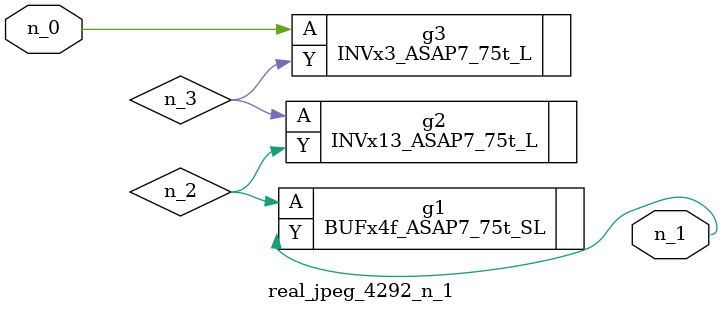
<source format=v>
module real_jpeg_4292_n_1 (n_0, n_1);

input n_0;

output n_1;

wire n_3;
wire n_2;

INVx3_ASAP7_75t_L g3 ( 
.A(n_0),
.Y(n_3)
);

BUFx4f_ASAP7_75t_SL g1 ( 
.A(n_2),
.Y(n_1)
);

INVx13_ASAP7_75t_L g2 ( 
.A(n_3),
.Y(n_2)
);


endmodule
</source>
